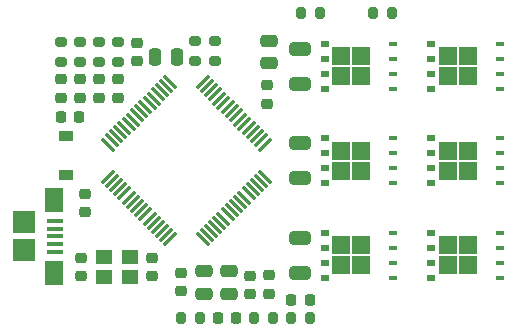
<source format=gbr>
%TF.GenerationSoftware,KiCad,Pcbnew,6.0.5+dfsg-1~bpo11+1*%
%TF.CreationDate,2022-07-20T16:51:46+00:00*%
%TF.ProjectId,xESC2,78455343-322e-46b6-9963-61645f706362,rev?*%
%TF.SameCoordinates,Original*%
%TF.FileFunction,Paste,Top*%
%TF.FilePolarity,Positive*%
%FSLAX46Y46*%
G04 Gerber Fmt 4.6, Leading zero omitted, Abs format (unit mm)*
G04 Created by KiCad (PCBNEW 6.0.5+dfsg-1~bpo11+1) date 2022-07-20 16:51:46*
%MOMM*%
%LPD*%
G01*
G04 APERTURE LIST*
G04 Aperture macros list*
%AMRoundRect*
0 Rectangle with rounded corners*
0 $1 Rounding radius*
0 $2 $3 $4 $5 $6 $7 $8 $9 X,Y pos of 4 corners*
0 Add a 4 corners polygon primitive as box body*
4,1,4,$2,$3,$4,$5,$6,$7,$8,$9,$2,$3,0*
0 Add four circle primitives for the rounded corners*
1,1,$1+$1,$2,$3*
1,1,$1+$1,$4,$5*
1,1,$1+$1,$6,$7*
1,1,$1+$1,$8,$9*
0 Add four rect primitives between the rounded corners*
20,1,$1+$1,$2,$3,$4,$5,0*
20,1,$1+$1,$4,$5,$6,$7,0*
20,1,$1+$1,$6,$7,$8,$9,0*
20,1,$1+$1,$8,$9,$2,$3,0*%
G04 Aperture macros list end*
%ADD10RoundRect,0.225000X0.250000X-0.225000X0.250000X0.225000X-0.250000X0.225000X-0.250000X-0.225000X0*%
%ADD11RoundRect,0.225000X-0.250000X0.225000X-0.250000X-0.225000X0.250000X-0.225000X0.250000X0.225000X0*%
%ADD12RoundRect,0.225000X0.225000X0.250000X-0.225000X0.250000X-0.225000X-0.250000X0.225000X-0.250000X0*%
%ADD13RoundRect,0.250000X-0.475000X0.250000X-0.475000X-0.250000X0.475000X-0.250000X0.475000X0.250000X0*%
%ADD14RoundRect,0.250000X0.475000X-0.250000X0.475000X0.250000X-0.475000X0.250000X-0.475000X-0.250000X0*%
%ADD15RoundRect,0.200000X-0.200000X-0.275000X0.200000X-0.275000X0.200000X0.275000X-0.200000X0.275000X0*%
%ADD16RoundRect,0.218750X-0.218750X-0.256250X0.218750X-0.256250X0.218750X0.256250X-0.218750X0.256250X0*%
%ADD17RoundRect,0.218750X-0.256250X0.218750X-0.256250X-0.218750X0.256250X-0.218750X0.256250X0.218750X0*%
%ADD18RoundRect,0.218750X0.218750X0.256250X-0.218750X0.256250X-0.218750X-0.256250X0.218750X-0.256250X0*%
%ADD19RoundRect,0.075000X-0.441942X-0.548008X0.548008X0.441942X0.441942X0.548008X-0.548008X-0.441942X0*%
%ADD20RoundRect,0.075000X0.441942X-0.548008X0.548008X-0.441942X-0.441942X0.548008X-0.548008X0.441942X0*%
%ADD21RoundRect,0.249999X0.650001X-0.325001X0.650001X0.325001X-0.650001X0.325001X-0.650001X-0.325001X0*%
%ADD22R,0.750000X0.500000*%
%ADD23R,1.500000X1.500000*%
%ADD24R,0.750000X0.400000*%
%ADD25R,1.350000X0.400000*%
%ADD26R,1.600000X2.100000*%
%ADD27R,1.900000X1.900000*%
%ADD28R,1.200000X0.900000*%
%ADD29RoundRect,0.200000X0.275000X-0.200000X0.275000X0.200000X-0.275000X0.200000X-0.275000X-0.200000X0*%
%ADD30R,1.400000X1.200000*%
%ADD31RoundRect,0.250000X-0.250000X-0.475000X0.250000X-0.475000X0.250000X0.475000X-0.250000X0.475000X0*%
%ADD32RoundRect,0.200000X-0.275000X0.200000X-0.275000X-0.200000X0.275000X-0.200000X0.275000X0.200000X0*%
G04 APERTURE END LIST*
D10*
%TO.C,C32*%
X235500000Y-128175000D03*
X235500000Y-126625000D03*
%TD*%
D11*
%TO.C,C33*%
X241500000Y-126625000D03*
X241500000Y-128175000D03*
%TD*%
D12*
%TO.C,C34*%
X235325000Y-114700000D03*
X233775000Y-114700000D03*
%TD*%
D13*
%TO.C,C35*%
X251400000Y-108250000D03*
X251400000Y-110150000D03*
%TD*%
D11*
%TO.C,C37*%
X243960000Y-127925000D03*
X243960000Y-129475000D03*
%TD*%
D14*
%TO.C,C38*%
X247960000Y-129660000D03*
X247960000Y-127760000D03*
%TD*%
D10*
%TO.C,C40*%
X251200000Y-113575000D03*
X251200000Y-112025000D03*
%TD*%
D11*
%TO.C,C41*%
X235800000Y-121225000D03*
X235800000Y-122775000D03*
%TD*%
%TO.C,C42*%
X249800000Y-128125000D03*
X249800000Y-129675000D03*
%TD*%
D14*
%TO.C,C39*%
X245880000Y-129660000D03*
X245880000Y-127760000D03*
%TD*%
D15*
%TO.C,R16*%
X253215000Y-131760000D03*
X254865000Y-131760000D03*
%TD*%
D16*
%TO.C,D2*%
X253252500Y-130160000D03*
X254827500Y-130160000D03*
%TD*%
D17*
%TO.C,D4*%
X251400000Y-128112500D03*
X251400000Y-129687500D03*
%TD*%
D18*
%TO.C,D5*%
X248627500Y-131760000D03*
X247052500Y-131760000D03*
%TD*%
D15*
%TO.C,R37*%
X250115000Y-131760000D03*
X251765000Y-131760000D03*
%TD*%
%TO.C,R38*%
X243915000Y-131760000D03*
X245565000Y-131760000D03*
%TD*%
%TO.C,R39*%
X254075000Y-105900000D03*
X255725000Y-105900000D03*
%TD*%
%TO.C,R40*%
X260175000Y-105900000D03*
X261825000Y-105900000D03*
%TD*%
D19*
%TO.C,U4*%
X237735519Y-119761181D03*
X238089072Y-120114734D03*
X238442625Y-120468287D03*
X238796179Y-120821841D03*
X239149732Y-121175394D03*
X239503286Y-121528948D03*
X239856839Y-121882501D03*
X240210392Y-122236054D03*
X240563946Y-122589608D03*
X240917499Y-122943161D03*
X241271052Y-123296714D03*
X241624606Y-123650268D03*
X241978159Y-124003821D03*
X242331713Y-124357375D03*
X242685266Y-124710928D03*
X243038819Y-125064481D03*
D20*
X245761181Y-125064481D03*
X246114734Y-124710928D03*
X246468287Y-124357375D03*
X246821841Y-124003821D03*
X247175394Y-123650268D03*
X247528948Y-123296714D03*
X247882501Y-122943161D03*
X248236054Y-122589608D03*
X248589608Y-122236054D03*
X248943161Y-121882501D03*
X249296714Y-121528948D03*
X249650268Y-121175394D03*
X250003821Y-120821841D03*
X250357375Y-120468287D03*
X250710928Y-120114734D03*
X251064481Y-119761181D03*
D19*
X251064481Y-117038819D03*
X250710928Y-116685266D03*
X250357375Y-116331713D03*
X250003821Y-115978159D03*
X249650268Y-115624606D03*
X249296714Y-115271052D03*
X248943161Y-114917499D03*
X248589608Y-114563946D03*
X248236054Y-114210392D03*
X247882501Y-113856839D03*
X247528948Y-113503286D03*
X247175394Y-113149732D03*
X246821841Y-112796179D03*
X246468287Y-112442625D03*
X246114734Y-112089072D03*
X245761181Y-111735519D03*
D20*
X243038819Y-111735519D03*
X242685266Y-112089072D03*
X242331713Y-112442625D03*
X241978159Y-112796179D03*
X241624606Y-113149732D03*
X241271052Y-113503286D03*
X240917499Y-113856839D03*
X240563946Y-114210392D03*
X240210392Y-114563946D03*
X239856839Y-114917499D03*
X239503286Y-115271052D03*
X239149732Y-115624606D03*
X238796179Y-115978159D03*
X238442625Y-116331713D03*
X238089072Y-116685266D03*
X237735519Y-117038819D03*
%TD*%
D21*
%TO.C,C1*%
X254000000Y-127875000D03*
X254000000Y-124925000D03*
%TD*%
%TO.C,C2*%
X254000000Y-119875000D03*
X254000000Y-116925000D03*
%TD*%
D22*
%TO.C,Q1*%
X256095000Y-128305000D03*
X256095000Y-125765000D03*
X256095000Y-124495000D03*
D23*
X257500000Y-127250000D03*
X259200000Y-127250000D03*
X257500000Y-125550000D03*
D22*
X256095000Y-127035000D03*
D23*
X259200000Y-125550000D03*
D24*
X261900000Y-128305000D03*
X261900000Y-127035000D03*
X261900000Y-125765000D03*
X261900000Y-124495000D03*
%TD*%
D23*
%TO.C,Q3*%
X259200000Y-117550000D03*
D22*
X256095000Y-120305000D03*
D23*
X257500000Y-117550000D03*
D22*
X256095000Y-116495000D03*
X256095000Y-119035000D03*
D23*
X257500000Y-119250000D03*
X259200000Y-119250000D03*
D22*
X256095000Y-117765000D03*
D24*
X261900000Y-120305000D03*
X261900000Y-119035000D03*
X261900000Y-117765000D03*
X261900000Y-116495000D03*
%TD*%
D22*
%TO.C,Q5*%
X256095000Y-109765000D03*
X256095000Y-108495000D03*
X256095000Y-111035000D03*
D23*
X259200000Y-109550000D03*
X259200000Y-111250000D03*
X257500000Y-109550000D03*
D22*
X256095000Y-112305000D03*
D23*
X257500000Y-111250000D03*
D24*
X261900000Y-112305000D03*
X261900000Y-111035000D03*
X261900000Y-109765000D03*
X261900000Y-108495000D03*
%TD*%
D25*
%TO.C,J2*%
X233275000Y-123500000D03*
X233275000Y-124150000D03*
X233275000Y-124800000D03*
X233275000Y-125450000D03*
X233275000Y-126100000D03*
D26*
X233150000Y-121700000D03*
X233150000Y-127900000D03*
D27*
X230600000Y-123600000D03*
X230600000Y-126000000D03*
%TD*%
D28*
%TO.C,D3*%
X234200000Y-116350000D03*
X234200000Y-119650000D03*
%TD*%
D29*
%TO.C,R32*%
X245100000Y-109925000D03*
X245100000Y-108275000D03*
%TD*%
%TO.C,R31*%
X246800000Y-109925000D03*
X246800000Y-108275000D03*
%TD*%
D23*
%TO.C,Q6*%
X266500000Y-109550000D03*
D22*
X265095000Y-108495000D03*
X265095000Y-109765000D03*
D23*
X266500000Y-111250000D03*
X268200000Y-111250000D03*
X268200000Y-109550000D03*
D22*
X265095000Y-112305000D03*
X265095000Y-111035000D03*
D24*
X270900000Y-112305000D03*
X270900000Y-111035000D03*
X270900000Y-109765000D03*
X270900000Y-108495000D03*
%TD*%
D22*
%TO.C,Q4*%
X265095000Y-119035000D03*
X265095000Y-116495000D03*
X265095000Y-117765000D03*
D23*
X266500000Y-117550000D03*
X266500000Y-119250000D03*
X268200000Y-117550000D03*
D22*
X265095000Y-120305000D03*
D23*
X268200000Y-119250000D03*
D24*
X270900000Y-120305000D03*
X270900000Y-119035000D03*
X270900000Y-117765000D03*
X270900000Y-116495000D03*
%TD*%
D23*
%TO.C,Q2*%
X268200000Y-127250000D03*
D22*
X265095000Y-125765000D03*
X265095000Y-128305000D03*
D23*
X266500000Y-127250000D03*
X266500000Y-125550000D03*
X268200000Y-125550000D03*
D22*
X265095000Y-124495000D03*
X265095000Y-127035000D03*
D24*
X270900000Y-128305000D03*
X270900000Y-127035000D03*
X270900000Y-125765000D03*
X270900000Y-124495000D03*
%TD*%
D21*
%TO.C,C3*%
X254000000Y-111875000D03*
X254000000Y-108925000D03*
%TD*%
D30*
%TO.C,Y1*%
X237400000Y-128250000D03*
X239600000Y-128250000D03*
X239600000Y-126550000D03*
X237400000Y-126550000D03*
%TD*%
D31*
%TO.C,C36*%
X241700000Y-109650000D03*
X243600000Y-109650000D03*
%TD*%
D10*
%TO.C,C43*%
X240200000Y-109975000D03*
X240200000Y-108425000D03*
%TD*%
D32*
%TO.C,R33*%
X235400000Y-108375000D03*
X235400000Y-110025000D03*
%TD*%
%TO.C,R34*%
X237000000Y-108375000D03*
X237000000Y-110025000D03*
%TD*%
D11*
%TO.C,C44*%
X233800000Y-111525000D03*
X233800000Y-113075000D03*
%TD*%
%TO.C,C45*%
X235400000Y-111525000D03*
X235400000Y-113075000D03*
%TD*%
%TO.C,C46*%
X237000000Y-111525000D03*
X237000000Y-113075000D03*
%TD*%
D32*
%TO.C,R35*%
X238600000Y-108375000D03*
X238600000Y-110025000D03*
%TD*%
%TO.C,R30*%
X233800000Y-108375000D03*
X233800000Y-110025000D03*
%TD*%
D11*
%TO.C,C47*%
X238600000Y-111525000D03*
X238600000Y-113075000D03*
%TD*%
M02*

</source>
